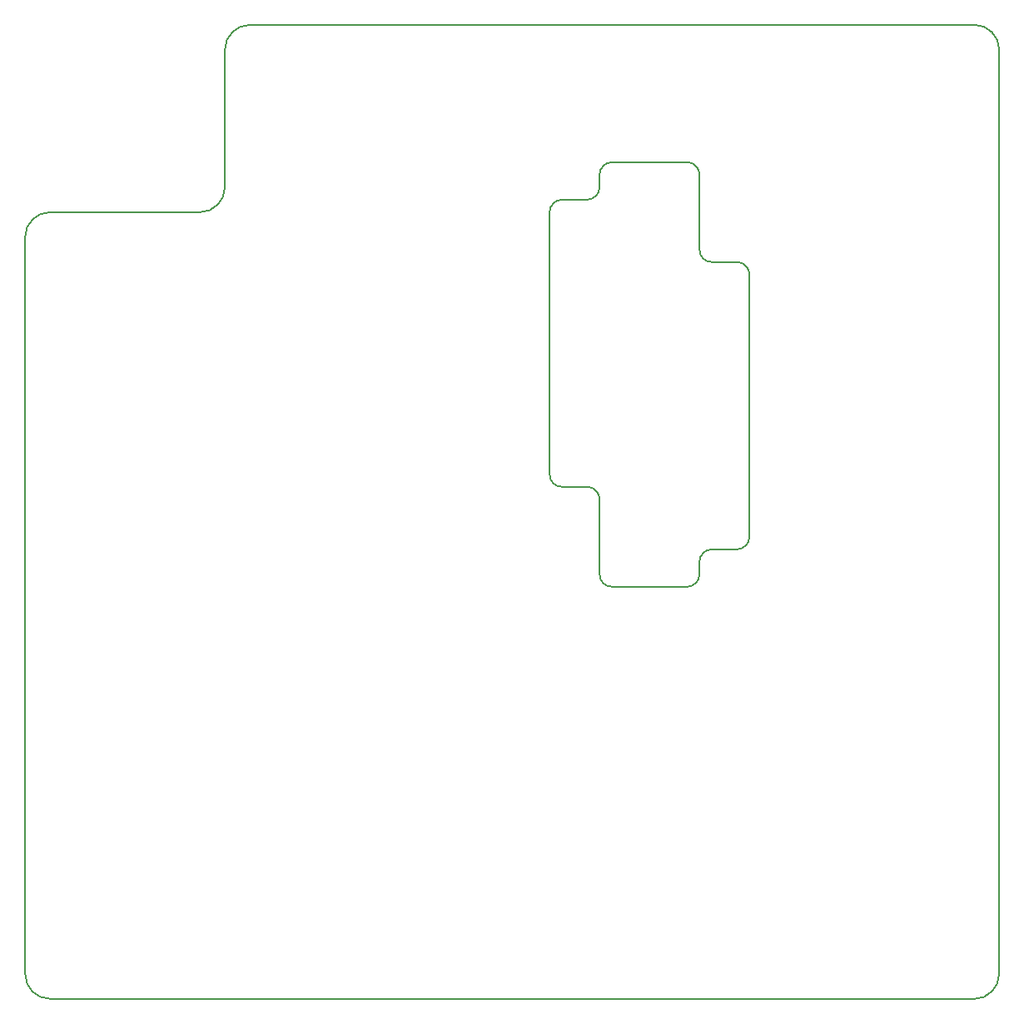
<source format=gm1>
G04 #@! TF.FileFunction,Profile,NP*
%FSLAX46Y46*%
G04 Gerber Fmt 4.6, Leading zero omitted, Abs format (unit mm)*
G04 Created by KiCad (PCBNEW 4.0.4-stable) date 12/21/17 08:36:57*
%MOMM*%
%LPD*%
G01*
G04 APERTURE LIST*
%ADD10C,0.250000*%
%ADD11C,0.150000*%
G04 APERTURE END LIST*
D10*
D11*
X142240000Y-119380000D02*
X142240000Y-118110000D01*
X128270000Y-110490000D02*
X130810000Y-110490000D01*
X127000000Y-82550000D02*
X127000000Y-109220000D01*
X132080000Y-78740000D02*
X132080000Y-80010000D01*
X147320000Y-88900000D02*
G75*
G03X146050000Y-87630000I-1270000J0D01*
G01*
X142240000Y-86360000D02*
G75*
G03X143510000Y-87630000I1270000J0D01*
G01*
X142240000Y-78740000D02*
G75*
G03X140970000Y-77470000I-1270000J0D01*
G01*
X133350000Y-77470000D02*
G75*
G03X132080000Y-78740000I0J-1270000D01*
G01*
X130810000Y-81280000D02*
G75*
G03X132080000Y-80010000I0J1270000D01*
G01*
X128270000Y-81280000D02*
G75*
G03X127000000Y-82550000I0J-1270000D01*
G01*
X127000000Y-109220000D02*
G75*
G03X128270000Y-110490000I1270000J0D01*
G01*
X132080000Y-111760000D02*
G75*
G03X130810000Y-110490000I-1270000J0D01*
G01*
X132080000Y-119380000D02*
G75*
G03X133350000Y-120650000I1270000J0D01*
G01*
X146050000Y-116840000D02*
G75*
G03X147320000Y-115570000I0J1270000D01*
G01*
X143510000Y-116840000D02*
G75*
G03X142240000Y-118110000I0J-1270000D01*
G01*
X140970000Y-120650000D02*
G75*
G03X142240000Y-119380000I0J1270000D01*
G01*
X140970000Y-120650000D02*
X133350000Y-120650000D01*
X146050000Y-116840000D02*
X143510000Y-116840000D01*
X147320000Y-88900000D02*
X147320000Y-115570000D01*
X143510000Y-87630000D02*
X146050000Y-87630000D01*
X142240000Y-78740000D02*
X142240000Y-86360000D01*
X133350000Y-77470000D02*
X140970000Y-77470000D01*
X128270000Y-81280000D02*
X130810000Y-81280000D01*
X132080000Y-119380000D02*
X132080000Y-111760000D01*
X93980000Y-66040000D02*
X93980000Y-80010000D01*
X172720000Y-160020000D02*
X172720000Y-66040000D01*
X73660000Y-85090000D02*
X73660000Y-160020000D01*
X170180000Y-63500000D02*
X96520000Y-63500000D01*
X76200000Y-82550000D02*
G75*
G03X73660000Y-85090000I0J-2540000D01*
G01*
X91440000Y-82550000D02*
G75*
G03X93980000Y-80010000I0J2540000D01*
G01*
X91440000Y-82550000D02*
X76200000Y-82550000D01*
X76200000Y-162560000D02*
X170180000Y-162560000D01*
X170180000Y-162560000D02*
G75*
G03X172720000Y-160020000I0J2540000D01*
G01*
X73660000Y-160020000D02*
G75*
G03X76200000Y-162560000I2540000J0D01*
G01*
X96520000Y-63500000D02*
G75*
G03X93980000Y-66040000I0J-2540000D01*
G01*
X172720000Y-66040000D02*
G75*
G03X170180000Y-63500000I-2540000J0D01*
G01*
M02*

</source>
